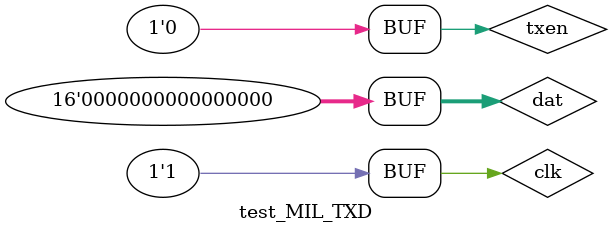
<source format=v>
`timescale 1ns / 1ps


module test_MIL_TXD;

	parameter PERIOD = 20; 
	
	// Inputs
	reg [15:0] dat;
	reg txen;
	reg clk;
	
	// Outputs
	wire TXP;
	wire TXN;
	wire SY1;
	wire SY2;
	wire en_tx;
	wire T_dat;
	wire T_end;
	wire SDAT;
	wire FT_cp;
	wire [4:0] cb_bit;
	wire ce_tact;

	// Instantiate the Unit Under Test (UUT)
	MIL_TXD uut (
		.clk(clk), 
		.TXP(TXP), 
		.dat(dat), 
		.TXN(TXN), 
		.txen(txen), 
		.SY1(SY1), 
		.SY2(SY2), 
		.en_tx(en_tx), 
		.T_dat(T_dat), 
		.T_end(T_end), 
		.SDAT(SDAT), 
		.FT_cp(FT_cp), 
		.cb_bit(cb_bit), 
		.ce_tact(ce_tact)
	);

	initial begin
		// Initialize Inputs
					dat = 0; txen = 0; 			//
		#2000; 		dat = 16'h1234; txen = 1; 	// my CW
		#21000; 	dat = 16'h5678; txen = 1; 	// my WD
		#20000; 	dat = 16'h0000; txen = 0;
	end
	
	always begin clk = 1'b0; #(PERIOD/2) clk = 1'b1; #(PERIOD/2); end
      
endmodule


</source>
